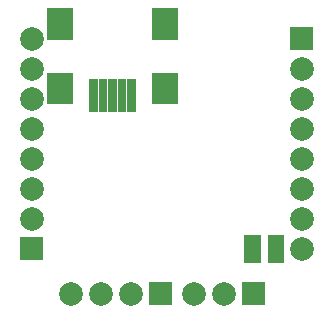
<source format=gbs>
G04 Layer: BottomSolderMaskLayer*
G04 EasyEDA v6.4.0, 2020-07-20T23:37:23+02:00*
G04 8414f0393b39484c82beb45b477d05cc,d798ca008b2c48fc9d28453cf4f639a5,10*
G04 Gerber Generator version 0.2*
G04 Scale: 100 percent, Rotated: No, Reflected: No *
G04 Dimensions in millimeters *
G04 leading zeros omitted , absolute positions ,3 integer and 3 decimal *
%FSLAX33Y33*%
%MOMM*%
G90*
G71D02*

%ADD34C,2.003196*%

%LPD*%
G36*
G01X21879Y4787D02*
G01X21879Y7150D01*
G01X23281Y7150D01*
G01X23281Y4787D01*
G01X21879Y4787D01*
G37*
G36*
G01X19898Y4787D02*
G01X19898Y7150D01*
G01X21300Y7150D01*
G01X21300Y4787D01*
G01X19898Y4787D01*
G37*
G36*
G01X10002Y17515D02*
G01X10002Y20320D01*
G01X10703Y20320D01*
G01X10703Y17515D01*
G01X10002Y17515D01*
G37*
G36*
G01X9202Y17515D02*
G01X9202Y20320D01*
G01X9903Y20320D01*
G01X9903Y17515D01*
G01X9202Y17515D01*
G37*
G36*
G01X8402Y17515D02*
G01X8402Y20320D01*
G01X9103Y20320D01*
G01X9103Y17515D01*
G01X8402Y17515D01*
G37*
G36*
G01X7602Y17515D02*
G01X7602Y20320D01*
G01X8303Y20320D01*
G01X8303Y17515D01*
G01X7602Y17515D01*
G37*
G36*
G01X6802Y17515D02*
G01X6802Y20320D01*
G01X7503Y20320D01*
G01X7503Y17515D01*
G01X6802Y17515D01*
G37*
G36*
G01X12110Y18173D02*
G01X12110Y20876D01*
G01X14312Y20876D01*
G01X14312Y18173D01*
G01X12110Y18173D01*
G37*
G36*
G01X3210Y18173D02*
G01X3210Y20876D01*
G01X5415Y20876D01*
G01X5415Y18173D01*
G01X3210Y18173D01*
G37*
G36*
G01X3210Y23672D02*
G01X3210Y26377D01*
G01X5415Y26377D01*
G01X5415Y23672D01*
G01X3210Y23672D01*
G37*
G36*
G01X12110Y23672D02*
G01X12110Y26377D01*
G01X14315Y26377D01*
G01X14315Y23672D01*
G01X12110Y23672D01*
G37*
G54D34*
G01X15621Y2159D03*
G01X18161Y2159D03*
G36*
G01X19700Y1158D02*
G01X19700Y3159D01*
G01X21701Y3159D01*
G01X21701Y1158D01*
G01X19700Y1158D01*
G37*
G36*
G01X23764Y22748D02*
G01X23764Y24749D01*
G01X25765Y24749D01*
G01X25765Y22748D01*
G01X23764Y22748D01*
G37*
G01X24765Y21209D03*
G01X24765Y18669D03*
G01X24765Y16129D03*
G01X24765Y13589D03*
G01X24765Y11049D03*
G01X24765Y8509D03*
G01X24765Y5969D03*
G36*
G01X904Y4968D02*
G01X904Y6969D01*
G01X2905Y6969D01*
G01X2905Y4968D01*
G01X904Y4968D01*
G37*
G01X1905Y8509D03*
G01X1905Y11049D03*
G01X1905Y13589D03*
G01X1905Y16129D03*
G01X1905Y18669D03*
G01X1905Y21209D03*
G01X1905Y23749D03*
G01X5207Y2159D03*
G01X7747Y2159D03*
G01X10287Y2159D03*
G36*
G01X11826Y1158D02*
G01X11826Y3159D01*
G01X13827Y3159D01*
G01X13827Y1158D01*
G01X11826Y1158D01*
G37*
M00*
M02*

</source>
